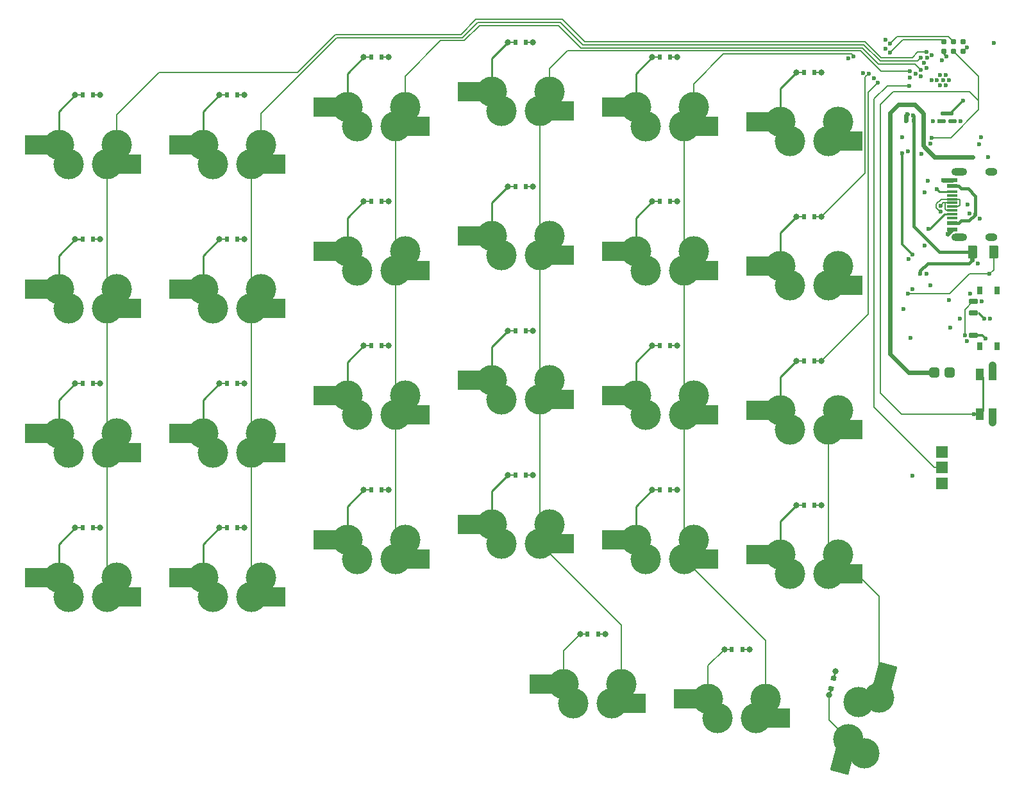
<source format=gbr>
%TF.GenerationSoftware,KiCad,Pcbnew,(6.0.5)*%
%TF.CreationDate,2022-07-10T04:18:25-07:00*%
%TF.ProjectId,Conejo,436f6e65-6a6f-42e6-9b69-6361645f7063,v1.0.0*%
%TF.SameCoordinates,Original*%
%TF.FileFunction,Copper,L1,Top*%
%TF.FilePolarity,Positive*%
%FSLAX46Y46*%
G04 Gerber Fmt 4.6, Leading zero omitted, Abs format (unit mm)*
G04 Created by KiCad (PCBNEW (6.0.5)) date 2022-07-10 04:18:25*
%MOMM*%
%LPD*%
G01*
G04 APERTURE LIST*
G04 Aperture macros list*
%AMRoundRect*
0 Rectangle with rounded corners*
0 $1 Rounding radius*
0 $2 $3 $4 $5 $6 $7 $8 $9 X,Y pos of 4 corners*
0 Add a 4 corners polygon primitive as box body*
4,1,4,$2,$3,$4,$5,$6,$7,$8,$9,$2,$3,0*
0 Add four circle primitives for the rounded corners*
1,1,$1+$1,$2,$3*
1,1,$1+$1,$4,$5*
1,1,$1+$1,$6,$7*
1,1,$1+$1,$8,$9*
0 Add four rect primitives between the rounded corners*
20,1,$1+$1,$2,$3,$4,$5,0*
20,1,$1+$1,$4,$5,$6,$7,0*
20,1,$1+$1,$6,$7,$8,$9,0*
20,1,$1+$1,$8,$9,$2,$3,0*%
%AMRotRect*
0 Rectangle, with rotation*
0 The origin of the aperture is its center*
0 $1 length*
0 $2 width*
0 $3 Rotation angle, in degrees counterclockwise*
0 Add horizontal line*
21,1,$1,$2,0,0,$3*%
G04 Aperture macros list end*
%TA.AperFunction,SMDPad,CuDef*%
%ADD10R,1.000000X1.550000*%
%TD*%
%TA.AperFunction,ComponentPad*%
%ADD11C,4.000000*%
%TD*%
%TA.AperFunction,SMDPad,CuDef*%
%ADD12RotRect,3.498000X2.500000X75.000000*%
%TD*%
%TA.AperFunction,SMDPad,CuDef*%
%ADD13RotRect,3.498000X2.500000X255.000000*%
%TD*%
%TA.AperFunction,SMDPad,CuDef*%
%ADD14R,3.498000X2.500000*%
%TD*%
%TA.AperFunction,SMDPad,CuDef*%
%ADD15RoundRect,0.090000X0.535000X-0.210000X0.535000X0.210000X-0.535000X0.210000X-0.535000X-0.210000X0*%
%TD*%
%TA.AperFunction,SMDPad,CuDef*%
%ADD16RoundRect,0.105000X0.245000X0.445000X-0.245000X0.445000X-0.245000X-0.445000X0.245000X-0.445000X0*%
%TD*%
%TA.AperFunction,ComponentPad*%
%ADD17R,1.524000X1.524000*%
%TD*%
%TA.AperFunction,SMDPad,CuDef*%
%ADD18R,1.450000X0.600000*%
%TD*%
%TA.AperFunction,SMDPad,CuDef*%
%ADD19R,1.450000X0.300000*%
%TD*%
%TA.AperFunction,ComponentPad*%
%ADD20O,1.600000X1.000000*%
%TD*%
%TA.AperFunction,ComponentPad*%
%ADD21O,2.100000X1.000000*%
%TD*%
%TA.AperFunction,ComponentPad*%
%ADD22RoundRect,0.337500X-0.337500X0.337500X-0.337500X-0.337500X0.337500X-0.337500X0.337500X0.337500X0*%
%TD*%
%TA.AperFunction,SMDPad,CuDef*%
%ADD23RotRect,0.600000X0.700000X75.000000*%
%TD*%
%TA.AperFunction,SMDPad,CuDef*%
%ADD24RoundRect,0.125000X0.181173X0.676148X-0.181173X-0.676148X-0.181173X-0.676148X0.181173X0.676148X0*%
%TD*%
%TA.AperFunction,ComponentPad*%
%ADD25C,0.800000*%
%TD*%
%TA.AperFunction,SMDPad,CuDef*%
%ADD26R,0.600000X0.700000*%
%TD*%
%TA.AperFunction,SMDPad,CuDef*%
%ADD27RoundRect,0.125000X0.700000X0.000000X-0.700000X0.000000X-0.700000X0.000000X0.700000X0.000000X0*%
%TD*%
%TA.AperFunction,SMDPad,CuDef*%
%ADD28RoundRect,0.250000X0.375000X0.625000X-0.375000X0.625000X-0.375000X-0.625000X0.375000X-0.625000X0*%
%TD*%
%TA.AperFunction,SMDPad,CuDef*%
%ADD29RoundRect,0.135000X0.185000X-0.135000X0.185000X0.135000X-0.185000X0.135000X-0.185000X-0.135000X0*%
%TD*%
%TA.AperFunction,SMDPad,CuDef*%
%ADD30RoundRect,0.140000X0.140000X0.170000X-0.140000X0.170000X-0.140000X-0.170000X0.140000X-0.170000X0*%
%TD*%
%TA.AperFunction,ConnectorPad*%
%ADD31C,0.787400*%
%TD*%
%TA.AperFunction,ViaPad*%
%ADD32C,0.600000*%
%TD*%
%TA.AperFunction,Conductor*%
%ADD33C,0.350000*%
%TD*%
%TA.AperFunction,Conductor*%
%ADD34C,0.600000*%
%TD*%
%TA.AperFunction,Conductor*%
%ADD35C,0.560000*%
%TD*%
%TA.AperFunction,Conductor*%
%ADD36C,1.000000*%
%TD*%
%TA.AperFunction,Conductor*%
%ADD37C,0.200000*%
%TD*%
%TA.AperFunction,Conductor*%
%ADD38C,0.400000*%
%TD*%
%TA.AperFunction,Conductor*%
%ADD39C,0.250000*%
%TD*%
%TA.AperFunction,Conductor*%
%ADD40C,0.540000*%
%TD*%
%TA.AperFunction,Conductor*%
%ADD41C,0.205740*%
%TD*%
G04 APERTURE END LIST*
D10*
%TO.P,SW29,1,1*%
%TO.N,GND*%
X119525000Y-40100000D03*
X119525000Y-34850000D03*
%TO.P,SW29,2,2*%
%TO.N,RESET*%
X117825000Y-40100000D03*
X117825000Y-34850000D03*
%TD*%
D11*
%TO.P,SW28,1,1*%
%TO.N,COL6*%
X101750497Y-78156748D03*
D12*
X105257601Y-74881864D03*
D11*
X104532649Y-77587422D03*
%TO.P,SW28,2,2*%
%TO.N,Net-(D29-Pad2)*%
X102560448Y-84947777D03*
D13*
X99710744Y-85769209D03*
D11*
X100435696Y-83063651D03*
%TD*%
D14*
%TO.P,SW27,1,1*%
%TO.N,COL6*%
X100591000Y-61230000D03*
D11*
X97790000Y-61230000D03*
X99060000Y-58690000D03*
D14*
%TO.P,SW27,2,2*%
%TO.N,Net-(D28-Pad2)*%
X88639000Y-58690000D03*
D11*
X92710000Y-61230000D03*
X91440000Y-58690000D03*
%TD*%
D14*
%TO.P,SW26,1,1*%
%TO.N,COL6*%
X100591000Y-42180000D03*
D11*
X97790000Y-42180000D03*
X99060000Y-39640000D03*
D14*
%TO.P,SW26,2,2*%
%TO.N,Net-(D27-Pad2)*%
X88639000Y-39640000D03*
D11*
X92710000Y-42180000D03*
X91440000Y-39640000D03*
%TD*%
D14*
%TO.P,SW25,1,1*%
%TO.N,COL6*%
X100591000Y-23130000D03*
D11*
X97790000Y-23130000D03*
X99060000Y-20590000D03*
D14*
%TO.P,SW25,2,2*%
%TO.N,Net-(D26-Pad2)*%
X88639000Y-20590000D03*
D11*
X92710000Y-23130000D03*
X91440000Y-20590000D03*
%TD*%
D14*
%TO.P,SW24,1,1*%
%TO.N,COL6*%
X100591000Y-4080000D03*
D11*
X97790000Y-4080000D03*
X99060000Y-1540000D03*
D14*
%TO.P,SW24,2,2*%
%TO.N,Net-(D25-Pad2)*%
X88639000Y-1540000D03*
D11*
X92710000Y-4080000D03*
X91440000Y-1540000D03*
%TD*%
D14*
%TO.P,SW23,1,1*%
%TO.N,COL5*%
X91066000Y-80280000D03*
D11*
X88265000Y-80280000D03*
X89535000Y-77740000D03*
D14*
%TO.P,SW23,2,2*%
%TO.N,Net-(D24-Pad2)*%
X79114000Y-77740000D03*
D11*
X83185000Y-80280000D03*
X81915000Y-77740000D03*
%TD*%
D14*
%TO.P,SW22,1,1*%
%TO.N,COL5*%
X81541000Y-59230000D03*
D11*
X78740000Y-59230000D03*
X80010000Y-56690000D03*
D14*
%TO.P,SW22,2,2*%
%TO.N,Net-(D23-Pad2)*%
X69589000Y-56690000D03*
D11*
X73660000Y-59230000D03*
X72390000Y-56690000D03*
%TD*%
D14*
%TO.P,SW21,1,1*%
%TO.N,COL5*%
X81541000Y-40180000D03*
D11*
X78740000Y-40180000D03*
X80010000Y-37640000D03*
D14*
%TO.P,SW21,2,2*%
%TO.N,Net-(D22-Pad2)*%
X69589000Y-37640000D03*
D11*
X73660000Y-40180000D03*
X72390000Y-37640000D03*
%TD*%
D14*
%TO.P,SW20,1,1*%
%TO.N,COL5*%
X81541000Y-21130000D03*
D11*
X78740000Y-21130000D03*
X80010000Y-18590000D03*
D14*
%TO.P,SW20,2,2*%
%TO.N,Net-(D21-Pad2)*%
X69589000Y-18590000D03*
D11*
X73660000Y-21130000D03*
X72390000Y-18590000D03*
%TD*%
D14*
%TO.P,SW19,1,1*%
%TO.N,COL5*%
X81541000Y-2080000D03*
D11*
X78740000Y-2080000D03*
X80010000Y460000D03*
D14*
%TO.P,SW19,2,2*%
%TO.N,Net-(D20-Pad2)*%
X69589000Y460000D03*
D11*
X73660000Y-2080000D03*
X72390000Y460000D03*
%TD*%
D14*
%TO.P,SW18,1,1*%
%TO.N,COL4*%
X72016000Y-78280000D03*
D11*
X69215000Y-78280000D03*
X70485000Y-75740000D03*
D14*
%TO.P,SW18,2,2*%
%TO.N,Net-(D19-Pad2)*%
X60064000Y-75740000D03*
D11*
X64135000Y-78280000D03*
X62865000Y-75740000D03*
%TD*%
D14*
%TO.P,SW17,1,1*%
%TO.N,COL4*%
X62491000Y-57230000D03*
D11*
X59690000Y-57230000D03*
X60960000Y-54690000D03*
D14*
%TO.P,SW17,2,2*%
%TO.N,Net-(D18-Pad2)*%
X50539000Y-54690000D03*
D11*
X54610000Y-57230000D03*
X53340000Y-54690000D03*
%TD*%
D14*
%TO.P,SW16,1,1*%
%TO.N,COL4*%
X62491000Y-38179999D03*
D11*
X59690000Y-38179999D03*
X60960000Y-35639999D03*
D14*
%TO.P,SW16,2,2*%
%TO.N,Net-(D17-Pad2)*%
X50539000Y-35639999D03*
D11*
X54610000Y-38179999D03*
X53340000Y-35639999D03*
%TD*%
D14*
%TO.P,SW15,1,1*%
%TO.N,COL4*%
X62491002Y-19130000D03*
D11*
X59690002Y-19130000D03*
X60960002Y-16590000D03*
D14*
%TO.P,SW15,2,2*%
%TO.N,Net-(D16-Pad2)*%
X50539002Y-16590000D03*
D11*
X54610002Y-19130000D03*
X53340002Y-16590000D03*
%TD*%
D14*
%TO.P,SW14,1,1*%
%TO.N,COL4*%
X62491000Y-80000D03*
D11*
X59690000Y-80000D03*
X60960000Y2460000D03*
D14*
%TO.P,SW14,2,2*%
%TO.N,Net-(D15-Pad2)*%
X50539000Y2460000D03*
D11*
X54610000Y-80000D03*
X53340000Y2460000D03*
%TD*%
D14*
%TO.P,SW13,1,1*%
%TO.N,COL3*%
X43441000Y-59230000D03*
D11*
X40640000Y-59230000D03*
X41910000Y-56690000D03*
D14*
%TO.P,SW13,2,2*%
%TO.N,Net-(D14-Pad2)*%
X31489000Y-56690000D03*
D11*
X35560000Y-59230000D03*
X34290000Y-56690000D03*
%TD*%
D14*
%TO.P,SW12,1,1*%
%TO.N,COL3*%
X43441000Y-40180000D03*
D11*
X40640000Y-40180000D03*
X41910000Y-37640000D03*
D14*
%TO.P,SW12,2,2*%
%TO.N,Net-(D13-Pad2)*%
X31489000Y-37640000D03*
D11*
X35560000Y-40180000D03*
X34290000Y-37640000D03*
%TD*%
D14*
%TO.P,SW11,1,1*%
%TO.N,COL3*%
X43441000Y-21130000D03*
D11*
X40640000Y-21130000D03*
X41910000Y-18590000D03*
D14*
%TO.P,SW11,2,2*%
%TO.N,Net-(D12-Pad2)*%
X31489000Y-18590000D03*
D11*
X35560000Y-21130000D03*
X34290000Y-18590000D03*
%TD*%
D14*
%TO.P,SW10,1,1*%
%TO.N,COL3*%
X43441000Y-2080000D03*
D11*
X40640000Y-2080000D03*
X41910000Y460000D03*
D14*
%TO.P,SW10,2,2*%
%TO.N,Net-(D11-Pad2)*%
X31489000Y460000D03*
D11*
X35560000Y-2080000D03*
X34290000Y460000D03*
%TD*%
D14*
%TO.P,SW9,1,1*%
%TO.N,COL2*%
X24391000Y-64230000D03*
D11*
X21590000Y-64230000D03*
X22860000Y-61690000D03*
D14*
%TO.P,SW9,2,2*%
%TO.N,Net-(D10-Pad2)*%
X12439000Y-61690000D03*
D11*
X16510000Y-64230000D03*
X15240000Y-61690000D03*
%TD*%
D14*
%TO.P,SW8,1,1*%
%TO.N,COL2*%
X24391000Y-45180000D03*
D11*
X21590000Y-45180000D03*
X22860000Y-42640000D03*
D14*
%TO.P,SW8,2,2*%
%TO.N,Net-(D9-Pad2)*%
X12439000Y-42640000D03*
D11*
X16510000Y-45180000D03*
X15240000Y-42640000D03*
%TD*%
D14*
%TO.P,SW7,1,1*%
%TO.N,COL2*%
X24391000Y-26129999D03*
D11*
X21590000Y-26129999D03*
X22860000Y-23589999D03*
D14*
%TO.P,SW7,2,2*%
%TO.N,Net-(D8-Pad2)*%
X12439000Y-23589999D03*
D11*
X16510000Y-26129999D03*
X15240000Y-23589999D03*
%TD*%
D14*
%TO.P,SW6,1,1*%
%TO.N,COL2*%
X24391000Y-7080000D03*
D11*
X21590000Y-7080000D03*
X22860000Y-4540000D03*
D14*
%TO.P,SW6,2,2*%
%TO.N,Net-(D7-Pad2)*%
X12439000Y-4540000D03*
D11*
X16510000Y-7080000D03*
X15240000Y-4540000D03*
%TD*%
D14*
%TO.P,SW5,1,1*%
%TO.N,COL1*%
X5341000Y-64230000D03*
D11*
X2540000Y-64230000D03*
X3810000Y-61690000D03*
D14*
%TO.P,SW5,2,2*%
%TO.N,Net-(D6-Pad2)*%
X-6611000Y-61690000D03*
D11*
X-2540000Y-64230000D03*
X-3810000Y-61690000D03*
%TD*%
D14*
%TO.P,SW4,1,1*%
%TO.N,COL1*%
X5341000Y-45180000D03*
D11*
X2540000Y-45180000D03*
X3810000Y-42640000D03*
D14*
%TO.P,SW4,2,2*%
%TO.N,Net-(D5-Pad2)*%
X-6611000Y-42640000D03*
D11*
X-2540000Y-45180000D03*
X-3810000Y-42640000D03*
%TD*%
D14*
%TO.P,SW3,1,1*%
%TO.N,COL1*%
X5341000Y-26130000D03*
D11*
X2540000Y-26130000D03*
X3810000Y-23590000D03*
D14*
%TO.P,SW3,2,2*%
%TO.N,Net-(D4-Pad2)*%
X-6611000Y-23590000D03*
D11*
X-2540000Y-26130000D03*
X-3810000Y-23590000D03*
%TD*%
D14*
%TO.P,SW2,1,1*%
%TO.N,COL1*%
X5341000Y-7080000D03*
D11*
X2540000Y-7080000D03*
X3810000Y-4540000D03*
D14*
%TO.P,SW2,2,2*%
%TO.N,Net-(D3-Pad2)*%
X-6611000Y-4540000D03*
D11*
X-2540000Y-7080000D03*
X-3810000Y-4540000D03*
%TD*%
D15*
%TO.P,SW1,1,A*%
%TO.N,GND*%
X116950000Y-29725000D03*
%TO.P,SW1,2,B*%
%TO.N,/Power Management/SYSOFF*%
X116950000Y-26725000D03*
%TO.P,SW1,3,C*%
%TO.N,Net-(R5-Pad1)*%
X116950000Y-25225000D03*
D16*
%TO.P,SW1,MP*%
%TO.N,N/C*%
X120100000Y-23775000D03*
X117800000Y-31175000D03*
X117800000Y-23775000D03*
X120100000Y-31175000D03*
%TD*%
D17*
%TO.P,J4,1,Pin_1*%
%TO.N,EXT_PWR*%
X112775000Y-45150000D03*
%TO.P,J4,2,Pin_2*%
%TO.N,LED_MOSI*%
X112775000Y-47150000D03*
%TO.P,J4,3,Pin_3*%
%TO.N,GND*%
X112775000Y-49250000D03*
%TD*%
D18*
%TO.P,J2,A1,GND*%
%TO.N,GND*%
X114180000Y-15725000D03*
%TO.P,J2,A4,VBUS*%
%TO.N,VBUS*%
X114180000Y-14925000D03*
D19*
%TO.P,J2,A5,CC1*%
%TO.N,/USB-C/CC1*%
X114180000Y-13725000D03*
%TO.P,J2,A6,D+*%
%TO.N,D+*%
X114180000Y-12725000D03*
%TO.P,J2,A7,D-*%
%TO.N,D-*%
X114180000Y-12225000D03*
%TO.P,J2,A8,SBU1*%
%TO.N,unconnected-(J2-PadA8)*%
X114180000Y-11225000D03*
D18*
%TO.P,J2,A9,VBUS*%
%TO.N,VBUS*%
X114180000Y-10025000D03*
%TO.P,J2,A12,GND*%
%TO.N,GND*%
X114180000Y-9225000D03*
%TO.P,J2,B1,GND*%
X114180000Y-9225000D03*
%TO.P,J2,B4,VBUS*%
%TO.N,VBUS*%
X114180000Y-10025000D03*
D19*
%TO.P,J2,B5,CC2*%
%TO.N,/USB-C/CC2*%
X114180000Y-10725000D03*
%TO.P,J2,B6,D+*%
%TO.N,D+*%
X114180000Y-11725000D03*
%TO.P,J2,B7,D-*%
%TO.N,D-*%
X114180000Y-13225000D03*
%TO.P,J2,B8,SBU2*%
%TO.N,unconnected-(J2-PadB8)*%
X114180000Y-14225000D03*
D18*
%TO.P,J2,B9,VBUS*%
%TO.N,VBUS*%
X114180000Y-14925000D03*
%TO.P,J2,B12,GND*%
%TO.N,GND*%
X114180000Y-15725000D03*
D20*
%TO.P,J2,S1,SHIELD*%
X119275000Y-16795000D03*
D21*
X115095000Y-16795000D03*
X115095000Y-8155000D03*
D20*
X119275000Y-8155000D03*
%TD*%
D22*
%TO.P,J1,1,Pin_1*%
%TO.N,+BATT*%
X111775000Y-34600000D03*
%TO.P,J1,2,Pin_2*%
%TO.N,GND*%
X113775000Y-34600000D03*
%TD*%
D23*
%TO.P,D29,1,K*%
%TO.N,ROW5*%
X98523117Y-74980777D03*
D24*
X98658997Y-74473666D03*
D25*
X98769254Y-74062181D03*
D23*
%TO.P,D29,2,A*%
%TO.N,Net-(D29-Pad2)*%
X98160771Y-76333073D03*
D24*
X98024891Y-76840184D03*
D25*
X97914634Y-77251669D03*
%TD*%
D26*
%TO.P,D28,1,K*%
%TO.N,ROW4*%
X95950000Y-52150000D03*
D27*
X96475000Y-52150000D03*
D25*
X96901000Y-52150000D03*
D26*
%TO.P,D28,2,A*%
%TO.N,Net-(D28-Pad2)*%
X94550000Y-52150000D03*
D27*
X94025000Y-52150000D03*
D25*
X93599000Y-52150000D03*
%TD*%
D26*
%TO.P,D27,1,K*%
%TO.N,ROW3*%
X95950000Y-33100000D03*
D27*
X96475000Y-33100000D03*
D25*
X96901000Y-33100000D03*
D26*
%TO.P,D27,2,A*%
%TO.N,Net-(D27-Pad2)*%
X94550000Y-33100000D03*
D27*
X94025000Y-33100000D03*
D25*
X93599000Y-33100000D03*
%TD*%
D26*
%TO.P,D26,1,K*%
%TO.N,ROW2*%
X95950000Y-14050000D03*
D27*
X96475000Y-14050000D03*
D25*
X96901000Y-14050000D03*
D26*
%TO.P,D26,2,A*%
%TO.N,Net-(D26-Pad2)*%
X94550000Y-14050000D03*
D27*
X94025000Y-14050000D03*
D25*
X93599000Y-14050000D03*
%TD*%
D26*
%TO.P,D25,1,K*%
%TO.N,ROW1*%
X95950000Y5000000D03*
D27*
X96475000Y5000000D03*
D25*
X96901000Y5000000D03*
D26*
%TO.P,D25,2,A*%
%TO.N,Net-(D25-Pad2)*%
X94550000Y5000000D03*
D27*
X94025000Y5000000D03*
D25*
X93599000Y5000000D03*
%TD*%
D26*
%TO.P,D24,1,K*%
%TO.N,ROW5*%
X86425000Y-71200000D03*
D27*
X86950000Y-71200000D03*
D25*
X87376000Y-71200000D03*
D26*
%TO.P,D24,2,A*%
%TO.N,Net-(D24-Pad2)*%
X85025000Y-71200000D03*
D27*
X84500000Y-71200000D03*
D25*
X84074000Y-71200000D03*
%TD*%
D26*
%TO.P,D23,1,K*%
%TO.N,ROW4*%
X76900000Y-50150000D03*
D27*
X77425000Y-50150000D03*
D25*
X77851000Y-50150000D03*
D26*
%TO.P,D23,2,A*%
%TO.N,Net-(D23-Pad2)*%
X75500000Y-50150000D03*
D27*
X74975000Y-50150000D03*
D25*
X74549000Y-50150000D03*
%TD*%
D26*
%TO.P,D22,1,K*%
%TO.N,ROW3*%
X76900000Y-31100000D03*
D27*
X77425000Y-31100000D03*
D25*
X77851000Y-31100000D03*
D26*
%TO.P,D22,2,A*%
%TO.N,Net-(D22-Pad2)*%
X75500000Y-31100000D03*
D27*
X74975000Y-31100000D03*
D25*
X74549000Y-31100000D03*
%TD*%
D26*
%TO.P,D21,1,K*%
%TO.N,ROW2*%
X76900000Y-12050000D03*
D27*
X77425000Y-12050000D03*
D25*
X77851000Y-12050000D03*
D26*
%TO.P,D21,2,A*%
%TO.N,Net-(D21-Pad2)*%
X75500000Y-12050000D03*
D27*
X74975000Y-12050000D03*
D25*
X74549000Y-12050000D03*
%TD*%
D26*
%TO.P,D20,1,K*%
%TO.N,ROW1*%
X76900000Y7000000D03*
D27*
X77425000Y7000000D03*
D25*
X77851000Y7000000D03*
D26*
%TO.P,D20,2,A*%
%TO.N,Net-(D20-Pad2)*%
X75500000Y7000000D03*
D27*
X74975000Y7000000D03*
D25*
X74549000Y7000000D03*
%TD*%
D26*
%TO.P,D19,1,K*%
%TO.N,ROW5*%
X67375000Y-69200000D03*
D27*
X67900000Y-69200000D03*
D25*
X68326000Y-69200000D03*
D26*
%TO.P,D19,2,A*%
%TO.N,Net-(D19-Pad2)*%
X65975000Y-69200000D03*
D27*
X65450000Y-69200000D03*
D25*
X65024000Y-69200000D03*
%TD*%
D26*
%TO.P,D18,1,K*%
%TO.N,ROW4*%
X57850000Y-48150000D03*
D27*
X58375000Y-48150000D03*
D25*
X58801000Y-48150000D03*
D26*
%TO.P,D18,2,A*%
%TO.N,Net-(D18-Pad2)*%
X56450000Y-48150000D03*
D27*
X55925000Y-48150000D03*
D25*
X55499000Y-48150000D03*
%TD*%
D26*
%TO.P,D17,1,K*%
%TO.N,ROW3*%
X57850000Y-29100000D03*
D27*
X58375000Y-29100000D03*
D25*
X58801000Y-29100000D03*
D26*
%TO.P,D17,2,A*%
%TO.N,Net-(D17-Pad2)*%
X56450000Y-29100000D03*
D27*
X55925000Y-29100000D03*
D25*
X55499000Y-29100000D03*
%TD*%
D26*
%TO.P,D16,1,K*%
%TO.N,ROW2*%
X57850000Y-10050000D03*
D27*
X58375000Y-10050000D03*
D25*
X58801000Y-10050000D03*
D26*
%TO.P,D16,2,A*%
%TO.N,Net-(D16-Pad2)*%
X56450000Y-10050000D03*
D27*
X55925000Y-10050000D03*
D25*
X55499000Y-10050000D03*
%TD*%
D26*
%TO.P,D15,1,K*%
%TO.N,ROW1*%
X57850000Y9000000D03*
D27*
X58375000Y9000000D03*
D25*
X58801000Y9000000D03*
D26*
%TO.P,D15,2,A*%
%TO.N,Net-(D15-Pad2)*%
X56450000Y9000000D03*
D27*
X55925000Y9000000D03*
D25*
X55499000Y9000000D03*
%TD*%
D26*
%TO.P,D14,1,K*%
%TO.N,ROW4*%
X38800000Y-50150000D03*
D27*
X39325000Y-50150000D03*
D25*
X39751000Y-50150000D03*
D26*
%TO.P,D14,2,A*%
%TO.N,Net-(D14-Pad2)*%
X37400000Y-50150000D03*
D27*
X36875000Y-50150000D03*
D25*
X36449000Y-50150000D03*
%TD*%
D26*
%TO.P,D13,1,K*%
%TO.N,ROW3*%
X38800000Y-31100000D03*
D27*
X39325000Y-31100000D03*
D25*
X39751000Y-31100000D03*
D26*
%TO.P,D13,2,A*%
%TO.N,Net-(D13-Pad2)*%
X37400000Y-31100000D03*
D27*
X36875000Y-31100000D03*
D25*
X36449000Y-31100000D03*
%TD*%
D26*
%TO.P,D12,1,K*%
%TO.N,ROW2*%
X38799999Y-12050000D03*
D27*
X39324999Y-12050000D03*
D25*
X39750999Y-12050000D03*
D26*
%TO.P,D12,2,A*%
%TO.N,Net-(D12-Pad2)*%
X37399999Y-12050000D03*
D27*
X36874999Y-12050000D03*
D25*
X36448999Y-12050000D03*
%TD*%
D26*
%TO.P,D11,1,K*%
%TO.N,ROW1*%
X38800000Y7000000D03*
D27*
X39325000Y7000000D03*
D25*
X39751000Y7000000D03*
D26*
%TO.P,D11,2,A*%
%TO.N,Net-(D11-Pad2)*%
X37400000Y7000000D03*
D27*
X36875000Y7000000D03*
D25*
X36449000Y7000000D03*
%TD*%
D26*
%TO.P,D10,1,K*%
%TO.N,ROW4*%
X19750000Y-55150000D03*
D27*
X20275000Y-55150000D03*
D25*
X20701000Y-55150000D03*
D26*
%TO.P,D10,2,A*%
%TO.N,Net-(D10-Pad2)*%
X18350000Y-55150000D03*
D27*
X17825000Y-55150000D03*
D25*
X17399000Y-55150000D03*
%TD*%
D26*
%TO.P,D9,1,K*%
%TO.N,ROW3*%
X19750000Y-36100001D03*
D27*
X20275000Y-36100001D03*
D25*
X20701000Y-36100001D03*
D26*
%TO.P,D9,2,A*%
%TO.N,Net-(D9-Pad2)*%
X18350000Y-36100001D03*
D27*
X17825000Y-36100001D03*
D25*
X17399000Y-36100001D03*
%TD*%
D26*
%TO.P,D8,1,K*%
%TO.N,ROW2*%
X19750000Y-17050001D03*
D27*
X20275000Y-17050001D03*
D25*
X20701000Y-17050001D03*
D26*
%TO.P,D8,2,A*%
%TO.N,Net-(D8-Pad2)*%
X18350000Y-17050001D03*
D27*
X17825000Y-17050001D03*
D25*
X17399000Y-17050001D03*
%TD*%
D26*
%TO.P,D7,1,K*%
%TO.N,ROW1*%
X19750000Y2000000D03*
D27*
X20275000Y2000000D03*
D25*
X20701000Y2000000D03*
D26*
%TO.P,D7,2,A*%
%TO.N,Net-(D7-Pad2)*%
X18350000Y2000000D03*
D27*
X17825000Y2000000D03*
D25*
X17399000Y2000000D03*
%TD*%
D26*
%TO.P,D6,1,K*%
%TO.N,ROW4*%
X700000Y-55150000D03*
D27*
X1225000Y-55150000D03*
D25*
X1651000Y-55150000D03*
D26*
%TO.P,D6,2,A*%
%TO.N,Net-(D6-Pad2)*%
X-700000Y-55150000D03*
D27*
X-1225000Y-55150000D03*
D25*
X-1651000Y-55150000D03*
%TD*%
D26*
%TO.P,D5,1,K*%
%TO.N,ROW3*%
X700001Y-36100000D03*
D27*
X1225001Y-36100000D03*
D25*
X1651001Y-36100000D03*
D26*
%TO.P,D5,2,A*%
%TO.N,Net-(D5-Pad2)*%
X-699999Y-36100000D03*
D27*
X-1224999Y-36100000D03*
D25*
X-1650999Y-36100000D03*
%TD*%
D26*
%TO.P,D4,1,K*%
%TO.N,ROW2*%
X700000Y-17050000D03*
D27*
X1225000Y-17050000D03*
D25*
X1651000Y-17050000D03*
D26*
%TO.P,D4,2,A*%
%TO.N,Net-(D4-Pad2)*%
X-700000Y-17050000D03*
D27*
X-1225000Y-17050000D03*
D25*
X-1651000Y-17050000D03*
%TD*%
D26*
%TO.P,D3,1,K*%
%TO.N,ROW1*%
X700000Y2000000D03*
D27*
X1225000Y2000000D03*
D25*
X1651000Y2000000D03*
D26*
%TO.P,D3,2,A*%
%TO.N,Net-(D3-Pad2)*%
X-700000Y2000000D03*
D27*
X-1225000Y2000000D03*
D25*
X-1651000Y2000000D03*
%TD*%
D28*
%TO.P,D1,1,K*%
%TO.N,Net-(D1-Pad1)*%
X119625000Y-18705000D03*
%TO.P,D1,2,A*%
%TO.N,VDDH*%
X116825000Y-18705000D03*
%TD*%
D29*
%TO.P,R12,1*%
%TO.N,SCL*%
X112950000Y-1410000D03*
%TO.P,R12,2*%
%TO.N,VDD*%
X112950000Y-390000D03*
%TD*%
D30*
%TO.P,C11,1*%
%TO.N,VDDH*%
X109030000Y-1350000D03*
%TO.P,C11,2*%
%TO.N,GND*%
X108070000Y-1350000D03*
%TD*%
D29*
%TO.P,R11,1*%
%TO.N,SDA*%
X113950000Y-1410000D03*
%TO.P,R11,2*%
%TO.N,VDD*%
X113950000Y-390000D03*
%TD*%
D31*
%TO.P,J3,1,VCC*%
%TO.N,VDD*%
X113055000Y7790000D03*
%TO.P,J3,2,SWDIO*%
%TO.N,SWDIO*%
X113055000Y9060000D03*
%TO.P,J3,3,~{RST}*%
%TO.N,RESET*%
X114325000Y7790000D03*
%TO.P,J3,4,SWCLK*%
%TO.N,SWDCLK*%
X114325000Y9060000D03*
%TO.P,J3,5,GND*%
%TO.N,GND*%
X115595000Y7790000D03*
%TO.P,J3,6,SWO*%
%TO.N,unconnected-(J3-Pad6)*%
X115595000Y9060000D03*
%TD*%
D32*
%TO.N,+5V*%
X107575000Y-5675000D03*
X108875000Y-19005000D03*
%TO.N,GND*%
X119525000Y-33725000D03*
X116195024Y-12452621D03*
X117975000Y-3575000D03*
X103800000Y4200000D03*
X110050000Y-5750000D03*
X105323313Y8151476D03*
X108865334Y-23650500D03*
X110950000Y-9349999D03*
X110475000Y-10855000D03*
X116107577Y8328511D03*
X111650000Y-1399045D03*
X117772555Y-14336161D03*
X119525000Y-41225000D03*
X119625000Y8925000D03*
X117699999Y-4500000D03*
X100397491Y6850500D03*
X112550000Y4650000D03*
X111468833Y7296096D03*
X113300000Y4650000D03*
X116550000Y-24200000D03*
X108218245Y-532481D03*
X115249503Y-1400000D03*
X113750000Y-25050000D03*
X113525000Y-16375000D03*
X110733648Y5628834D03*
X112150000Y3975000D03*
X112550000Y3300000D03*
X118536805Y-30162342D03*
X119174503Y-27475000D03*
X105329178Y9358104D03*
X110000006Y4514244D03*
X115125000Y-27475000D03*
X116134178Y-30516703D03*
X107676380Y-26231787D03*
X110386120Y6261702D03*
X108925000Y-48275000D03*
X111400000Y3975000D03*
X110749503Y-21600000D03*
X116405377Y-13585378D03*
X110822361Y6916373D03*
X109343438Y4855886D03*
X102355795Y4941892D03*
X110525000Y-17850000D03*
X112925000Y3975000D03*
X108343741Y-5455361D03*
X108356827Y-19613853D03*
X111256092Y-4375631D03*
X113300000Y3300000D03*
X111300000Y-23150000D03*
X112834667Y6584667D03*
X117495337Y-20194603D03*
X108625000Y-30065000D03*
X107525000Y-3575000D03*
X108600000Y4350497D03*
X118074500Y-25225000D03*
X113700000Y3975000D03*
X118899500Y-6150000D03*
X112975000Y-9225000D03*
X113875000Y-28725001D03*
%TO.N,+BATT*%
X116822447Y-6160495D03*
%TO.N,VBUS*%
X117175000Y-13805000D03*
%TO.N,ROW2*%
X103150000Y4850000D03*
%TO.N,ROW3*%
X104365333Y3634668D03*
%TO.N,COL1*%
X110787944Y7715135D03*
%TO.N,COL2*%
X110025000Y6975000D03*
%TO.N,COL3*%
X109998853Y5313746D03*
%TO.N,COL4*%
X108600000Y5150000D03*
%TO.N,COL5*%
X101150000Y7150000D03*
%TO.N,SDA*%
X114450000Y-1399999D03*
%TO.N,SWDIO*%
X105925000Y7625000D03*
%TO.N,SWDCLK*%
X105925000Y8825000D03*
%TO.N,VDDH*%
X116800000Y-19800000D03*
X109950000Y-21600000D03*
X109000000Y-700000D03*
%TO.N,/USB-C/CC2*%
X112075000Y-10375000D03*
%TO.N,/USB-C/CC1*%
X111000000Y-15700000D03*
%TO.N,/Power Management/SYSOFF*%
X118375000Y-27475000D03*
%TO.N,VDD*%
X113400000Y7150000D03*
X115600000Y1300000D03*
%TO.N,RESET*%
X111450000Y-3600000D03*
X117000000Y-40100000D03*
%TO.N,SCL*%
X112450000Y-1400000D03*
%TO.N,LED_MOSI*%
X108500000Y3250000D03*
%TO.N,Net-(R5-Pad1)*%
X115825500Y-29725000D03*
%TO.N,D+*%
X112586320Y-13338500D03*
%TO.N,D-*%
X112586320Y-12611997D03*
%TO.N,Net-(D1-Pad1)*%
X108300000Y-24250000D03*
X119075000Y-21625000D03*
%TD*%
D33*
%TO.N,+5V*%
X107575000Y-5675000D02*
X107575000Y-17705000D01*
X107575000Y-17705000D02*
X108875000Y-19005000D01*
D34*
%TO.N,GND*%
X113530000Y-16375000D02*
X114180000Y-15725000D01*
D35*
X108218245Y-532481D02*
X108070000Y-680726D01*
D36*
X119525000Y-33725000D02*
X119525000Y-34850000D01*
D34*
X113525000Y-16375000D02*
X113530000Y-16375000D01*
D37*
X116107577Y8328511D02*
X116107577Y8302577D01*
D33*
X117295000Y-29725000D02*
X118099463Y-29725000D01*
D35*
X108070000Y-680726D02*
X108070000Y-1350000D01*
D37*
X116107577Y8302577D02*
X115595001Y7790000D01*
D34*
X114180000Y-9225000D02*
X112975000Y-9225000D01*
D33*
X118099463Y-29725000D02*
X118536805Y-30162342D01*
D36*
X119525000Y-40100000D02*
X119525000Y-41225000D01*
D34*
%TO.N,+BATT*%
X108400000Y-34600000D02*
X111775000Y-34600000D01*
X116811952Y-6150000D02*
X111810013Y-6150000D01*
X111810013Y-6150000D02*
X110350000Y-4689987D01*
X105950001Y-32150000D02*
X108400000Y-34600000D01*
X110350000Y-4689987D02*
X110350000Y-400000D01*
X109200000Y750000D02*
X107050000Y750000D01*
X110350000Y-400000D02*
X109200000Y750000D01*
X116822447Y-6160495D02*
X116811952Y-6150000D01*
X107050000Y750000D02*
X105950000Y-350000D01*
X105950000Y-350000D02*
X105950001Y-32150000D01*
D38*
%TO.N,VBUS*%
X115304182Y-10359521D02*
X115945818Y-10359521D01*
X114969661Y-14925000D02*
X114180000Y-14925000D01*
X117175000Y-13805000D02*
X116389521Y-14590479D01*
X117175000Y-11305000D02*
X117175000Y-13805000D01*
X115950339Y-10355000D02*
X116225000Y-10355000D01*
X115304182Y-14590479D02*
X114969661Y-14925000D01*
X115945818Y-10359521D02*
X115950339Y-10355000D01*
X114969661Y-10025001D02*
X115304182Y-10359521D01*
X116225000Y-10355000D02*
X117175000Y-11305000D01*
X114180000Y-10025000D02*
X114969661Y-10025001D01*
X116389521Y-14590479D02*
X115304182Y-14590479D01*
D37*
%TO.N,ROW2*%
X102664511Y-8286489D02*
X96901000Y-14050000D01*
X102664511Y4364511D02*
X102664511Y-8286489D01*
X103150000Y4850000D02*
X102664511Y4364511D01*
D39*
%TO.N,Net-(D3-Pad2)*%
X-3810000Y-159000D02*
X-1651000Y2000000D01*
X-3810000Y-4540000D02*
X-3810000Y-159000D01*
D37*
%TO.N,ROW3*%
X103064031Y2333365D02*
X103064031Y-26936969D01*
X104365333Y3634668D02*
X103064031Y2333365D01*
X103064031Y-26936969D02*
X96901000Y-33100000D01*
D39*
%TO.N,Net-(D4-Pad2)*%
X-1651000Y-17050000D02*
X-3810000Y-19209000D01*
X-700000Y-17050000D02*
X-1651000Y-17050000D01*
X-3810000Y-19209000D02*
X-3810000Y-23590000D01*
%TO.N,Net-(D5-Pad2)*%
X-3810000Y-42640000D02*
X-3810000Y-38259000D01*
X-3810000Y-38259000D02*
X-1651000Y-36100000D01*
%TO.N,Net-(D6-Pad2)*%
X-3810001Y-61690000D02*
X-3810000Y-57309000D01*
X-3810000Y-57309000D02*
X-1651000Y-55150000D01*
%TO.N,Net-(D7-Pad2)*%
X15240000Y-159000D02*
X15240000Y-4540000D01*
X17399000Y2000000D02*
X15240000Y-159000D01*
%TO.N,Net-(D8-Pad2)*%
X17399000Y-17050000D02*
X15240000Y-19209000D01*
X15240000Y-19209000D02*
X15240000Y-23589999D01*
%TO.N,Net-(D9-Pad2)*%
X15240000Y-38259000D02*
X17399000Y-36100000D01*
X15240000Y-42640000D02*
X15240000Y-38259000D01*
%TO.N,Net-(D10-Pad2)*%
X12411573Y-61690000D02*
X15240000Y-61690000D01*
X15240000Y-61690000D02*
X15240000Y-57309000D01*
X15240000Y-57309000D02*
X17399000Y-55150000D01*
%TO.N,Net-(D11-Pad2)*%
X34290000Y4841000D02*
X36449000Y7000000D01*
X34290000Y460000D02*
X34290000Y4841000D01*
%TO.N,Net-(D12-Pad2)*%
X34290000Y-14209000D02*
X34290000Y-18590000D01*
X36449000Y-12050000D02*
X34290000Y-14209000D01*
%TO.N,Net-(D13-Pad2)*%
X34290000Y-33259000D02*
X36449000Y-31100000D01*
X34290000Y-37640000D02*
X34290000Y-33259000D01*
%TO.N,Net-(D14-Pad2)*%
X34290000Y-56690000D02*
X34290000Y-52309000D01*
X34290000Y-52309000D02*
X36449000Y-50150000D01*
%TO.N,Net-(D15-Pad2)*%
X53340000Y2460000D02*
X53339999Y6841000D01*
X53339999Y6841000D02*
X55499000Y9000000D01*
%TO.N,Net-(D16-Pad2)*%
X53340001Y-12208999D02*
X55499000Y-10050000D01*
X53340001Y-16590000D02*
X53340001Y-12208999D01*
%TO.N,Net-(D17-Pad2)*%
X53340000Y-35639999D02*
X53340000Y-31259000D01*
X53340000Y-31259000D02*
X55499000Y-29100000D01*
%TO.N,Net-(D18-Pad2)*%
X53340000Y-54690000D02*
X53340000Y-50309000D01*
X53340000Y-50309000D02*
X55499000Y-48150000D01*
%TO.N,Net-(D20-Pad2)*%
X72390001Y4841000D02*
X74549000Y7000000D01*
X72390000Y460000D02*
X72390001Y4841000D01*
%TO.N,Net-(D21-Pad2)*%
X72390000Y-14209000D02*
X74549000Y-12050000D01*
X72390000Y-18590000D02*
X72390000Y-14209000D01*
%TO.N,Net-(D22-Pad2)*%
X72390000Y-37639999D02*
X72390000Y-33259000D01*
X72390000Y-33259000D02*
X74549000Y-31100000D01*
%TO.N,Net-(D23-Pad2)*%
X72390000Y-56690000D02*
X72390000Y-52309000D01*
X72390000Y-52309000D02*
X74549000Y-50150000D01*
D37*
%TO.N,Net-(D19-Pad2)*%
X62865000Y-71359000D02*
X65024000Y-69200000D01*
X62865000Y-75740000D02*
X62865000Y-71359000D01*
D39*
%TO.N,Net-(D25-Pad2)*%
X91440000Y2841000D02*
X93599000Y5000000D01*
X91440000Y-1540000D02*
X91440000Y2841000D01*
%TO.N,Net-(D26-Pad2)*%
X91440000Y-20590000D02*
X91440000Y-16209000D01*
X91440000Y-16209000D02*
X93599000Y-14050000D01*
%TO.N,Net-(D27-Pad2)*%
X91440000Y-35259000D02*
X93599000Y-33100000D01*
X91440001Y-39640000D02*
X91440000Y-35259000D01*
%TO.N,Net-(D28-Pad2)*%
X91440000Y-58690000D02*
X91440000Y-54309000D01*
X91440000Y-54309000D02*
X93599000Y-52150000D01*
D37*
%TO.N,COL1*%
X2540000Y-7079999D02*
X2540000Y-26129999D01*
X109615135Y7715135D02*
X108874999Y6975000D01*
X62647122Y12000000D02*
X51252877Y12000000D01*
X108874999Y6975000D02*
X104740005Y6975000D01*
X9389280Y5000000D02*
X3810000Y-579280D01*
X104740005Y6975000D02*
X102666448Y9048558D01*
X65598562Y9048560D02*
X62647122Y12000000D01*
X32700000Y10000000D02*
X27700000Y5000000D01*
X49252877Y10000000D02*
X32700000Y10000000D01*
X102666448Y9048558D02*
X65598562Y9048560D01*
X2540000Y-45180000D02*
X2540000Y-64230000D01*
X3810000Y-579280D02*
X3810000Y-4540000D01*
X110787944Y7715135D02*
X109615135Y7715135D01*
X27700000Y5000000D02*
X9389280Y5000000D01*
X2540000Y-26129999D02*
X2540000Y-45180000D01*
X51252877Y12000000D02*
X49252877Y10000000D01*
%TO.N,COL2*%
X27850480Y4600480D02*
X22860000Y-390000D01*
X62410924Y11600480D02*
X51489075Y11600480D01*
X65362364Y8649040D02*
X62410924Y11600480D01*
X21590000Y-45180000D02*
X21590000Y-64230000D01*
X104624519Y6525480D02*
X102500960Y8649039D01*
X109575480Y6525480D02*
X104624519Y6525480D01*
X51489075Y11600480D02*
X49489075Y9600480D01*
X102500960Y8649039D02*
X65362364Y8649040D01*
X21590000Y-45180000D02*
X21590000Y-26129999D01*
X32865486Y9600480D02*
X27865486Y4600480D01*
X21590000Y-26129999D02*
X21589999Y-7080000D01*
X110025000Y6975000D02*
X109575480Y6525480D01*
X49489075Y9600480D02*
X32865486Y9600480D01*
X27865486Y4600480D02*
X27850480Y4600480D01*
X22860000Y-390000D02*
X22860000Y-4540000D01*
%TO.N,COL3*%
X104439282Y6075000D02*
X102264762Y8249520D01*
X40640000Y-40180000D02*
X40640000Y-59230000D01*
X109998853Y5313746D02*
X109237599Y6075000D01*
X49725272Y9200960D02*
X46600960Y9200960D01*
X40640000Y-2080000D02*
X40640000Y-21130000D01*
X62174726Y11200960D02*
X51725272Y11200960D01*
X51725272Y11200960D02*
X49725272Y9200960D01*
X65126166Y8249520D02*
X62174726Y11200960D01*
X109237599Y6075000D02*
X104439282Y6075000D01*
X40640000Y-21130000D02*
X40640000Y-40180000D01*
X41910000Y4510000D02*
X41910000Y460000D01*
X46600960Y9200960D02*
X41910000Y4510000D01*
X102264762Y8249520D02*
X65126166Y8249520D01*
%TO.N,COL4*%
X70485000Y-68025000D02*
X70485000Y-75740000D01*
X59690001Y-57230000D02*
X59690000Y-38179999D01*
X108600000Y5150000D02*
X104728564Y5150000D01*
X59690001Y-57230000D02*
X70485000Y-68025000D01*
X60960000Y5497091D02*
X60960001Y2460000D01*
X59690000Y-80000D02*
X59690001Y-19130000D01*
X104728564Y5150000D02*
X102028563Y7850000D01*
X63312908Y7850000D02*
X60960000Y5497091D01*
X59690000Y-38179999D02*
X59690001Y-19130000D01*
X102028563Y7850000D02*
X63312908Y7850000D01*
%TO.N,COL5*%
X78740000Y-59230000D02*
X78740000Y-40180000D01*
X78740000Y-2080000D02*
X78740000Y-21130000D01*
X80010000Y3497091D02*
X80010000Y460000D01*
X100850000Y7450000D02*
X83962909Y7450000D01*
X78740000Y-59230000D02*
X89534999Y-70025000D01*
X101150000Y7150000D02*
X100850000Y7450000D01*
X89534999Y-70025000D02*
X89534999Y-77740000D01*
X78740000Y-21130000D02*
X78740000Y-40180000D01*
X83962909Y7450000D02*
X80010000Y3497091D01*
%TO.N,COL6*%
X97790000Y-42180000D02*
X97790000Y-61230000D01*
X104532649Y-77587422D02*
X104532649Y-64162649D01*
X104532649Y-64162649D02*
X99060000Y-58690000D01*
D40*
%TO.N,SDA*%
X114440000Y-1410000D02*
X113950000Y-1410000D01*
X114450000Y-1399999D02*
X114440000Y-1410000D01*
D37*
%TO.N,SWDIO*%
X112795179Y9319821D02*
X113055000Y9060000D01*
X107619821Y9319821D02*
X112795179Y9319821D01*
X105925000Y7625000D02*
X107619821Y9319821D01*
%TO.N,SWDCLK*%
X106853211Y9753211D02*
X113631789Y9753211D01*
X105925000Y8825000D02*
X106853211Y9753211D01*
X113631789Y9753211D02*
X114325000Y9060000D01*
%TO.N,Net-(D24-Pad2)*%
X81915000Y-77740000D02*
X81915000Y-73359000D01*
X81915000Y-73359000D02*
X84074000Y-71200000D01*
D38*
%TO.N,VDDH*%
X109030000Y-730000D02*
X109030001Y-1350000D01*
X116345989Y-20204011D02*
X116750000Y-19800000D01*
D33*
X116825000Y-19775000D02*
X116800000Y-19800000D01*
D38*
X109000000Y-700000D02*
X109030000Y-730000D01*
X112442500Y-18705000D02*
X116825000Y-18705000D01*
X116825000Y-18705000D02*
X116825000Y-19775000D01*
X110945989Y-20204011D02*
X116345989Y-20204011D01*
X109045000Y-15307500D02*
X112442500Y-18705000D01*
X109950000Y-21200000D02*
X110945989Y-20204011D01*
X109045000Y-1365000D02*
X109045000Y-15307500D01*
X116750000Y-19800000D02*
X116800000Y-19800000D01*
X109950000Y-21600000D02*
X109950000Y-21200000D01*
D39*
%TO.N,/USB-C/CC2*%
X112075000Y-10375000D02*
X112425000Y-10725000D01*
X112425000Y-10725000D02*
X114180000Y-10725000D01*
%TO.N,/USB-C/CC1*%
X111000000Y-15700000D02*
X111180978Y-15700000D01*
X111180978Y-15700000D02*
X113155978Y-13725000D01*
X113155978Y-13725000D02*
X114180000Y-13725000D01*
%TO.N,/Power Management/SYSOFF*%
X117625000Y-26725000D02*
X118375000Y-27475000D01*
D33*
%TO.N,VDD*%
X113950000Y-350000D02*
X115600000Y1300000D01*
D40*
X112950000Y-390000D02*
X113950000Y-390000D01*
D39*
X113400000Y7150000D02*
X113055000Y7495000D01*
X113055000Y7495000D02*
X113055000Y7790000D01*
%TO.N,RESET*%
X118200000Y-39725000D02*
X118200000Y-35225000D01*
D37*
X111450000Y-3600000D02*
X114000000Y-3600000D01*
X104700000Y800000D02*
X106400000Y2500000D01*
X117000000Y-40100000D02*
X107500000Y-40100000D01*
D39*
X117000000Y-40100000D02*
X117800000Y-40100000D01*
D37*
X106400000Y2500000D02*
X116400000Y2499999D01*
X117657500Y4457500D02*
X114325000Y7790000D01*
X107500000Y-40100000D02*
X104700000Y-37300000D01*
X104700000Y-37300000D02*
X104700000Y800000D01*
X114000000Y-3600000D02*
X117657500Y57500D01*
X117650000Y1250000D02*
X117657500Y1250000D01*
X116400000Y2499999D02*
X117650000Y1250000D01*
X117657500Y57500D02*
X117657500Y4457500D01*
D40*
%TO.N,SCL*%
X112450000Y-1400000D02*
X112460000Y-1410000D01*
X112460000Y-1410000D02*
X112950000Y-1410000D01*
D37*
%TO.N,LED_MOSI*%
X103850000Y-39187000D02*
X103850000Y1500001D01*
X112775000Y-47150000D02*
X111813000Y-47150000D01*
X105600000Y3250000D02*
X108500000Y3250000D01*
X111813000Y-47150000D02*
X103850000Y-39187000D01*
X103850000Y1500001D02*
X105600000Y3250000D01*
%TO.N,Net-(R5-Pad1)*%
X115800480Y-26319519D02*
X116895000Y-25225000D01*
X115825500Y-29725000D02*
X115800480Y-29699980D01*
X115800480Y-29699980D02*
X115800480Y-26319519D01*
%TO.N,Net-(D29-Pad2)*%
X97914634Y-80542589D02*
X100435695Y-83063651D01*
X97914634Y-77251669D02*
X97914634Y-80542589D01*
D41*
%TO.N,D+*%
X112056939Y-12343061D02*
X112675000Y-11725000D01*
X115134381Y-11748641D02*
X115134381Y-12515619D01*
X115110740Y-11725000D02*
X115134381Y-11748641D01*
X112056939Y-12831275D02*
X112056939Y-12343061D01*
X112564164Y-13338500D02*
X112056939Y-12831275D01*
X114180000Y-11725000D02*
X115110740Y-11725000D01*
X112586320Y-13338500D02*
X112564164Y-13338500D01*
X114925000Y-12725000D02*
X114180000Y-12725000D01*
X112675000Y-11725000D02*
X114180000Y-11725000D01*
X115134381Y-12515619D02*
X114925000Y-12725000D01*
%TO.N,D-*%
X113224999Y-13022619D02*
X113427381Y-13225000D01*
X112973317Y-12225000D02*
X114180000Y-12225000D01*
X113325000Y-12225000D02*
X113225000Y-12324999D01*
X112586320Y-12611997D02*
X112973317Y-12225000D01*
X113427381Y-13225000D02*
X114180000Y-13225000D01*
X113225000Y-12324999D02*
X113224999Y-13022619D01*
X114180000Y-12225000D02*
X113325000Y-12225000D01*
D37*
%TO.N,Net-(D1-Pad1)*%
X108300000Y-24250000D02*
X113800000Y-24250000D01*
X119625000Y-18705000D02*
X119625000Y-21075000D01*
X116425000Y-21625000D02*
X119075000Y-21625000D01*
X119625000Y-21075000D02*
X119075000Y-21625000D01*
X113800000Y-24250000D02*
X116425000Y-21625000D01*
%TD*%
M02*

</source>
